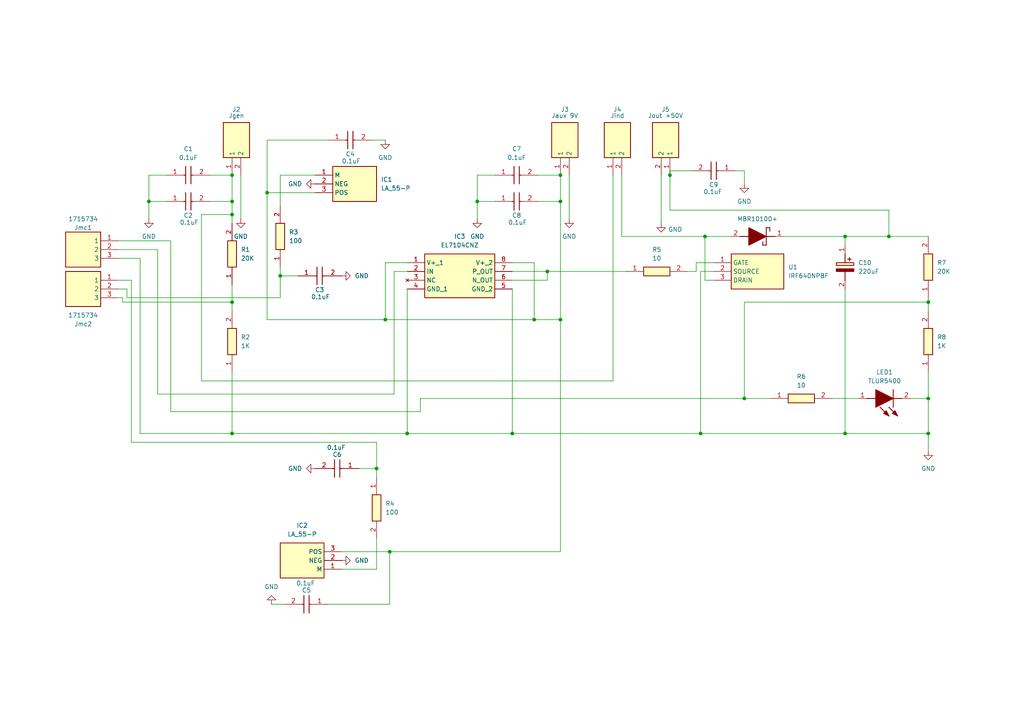
<source format=kicad_sch>
(kicad_sch (version 20231120) (generator "eeschema") (generator_version "8.0")
  (paper "A4")
  (title_block (title "DC to DC Boost Converter") (date "2024-05-15") (company "CBL Team 10") (comment 1 "Created By: Daniel Tyukov"))
  (lib_symbols
    (symbol "1715721(screw connector):1715721"
      (property "Reference" "J" (at 16.51 7.62 0))
      (property "Value" "1715721" (at 16.51 5.08 0))
      (symbol "1715721_1_1"
        (rectangle (start 5.08 2.54) (end 15.24 -5.08) (stroke (width 0.254)) (fill (type background)))
        (pin passive line (at 0 0 0) (length 5.08) (name "1") (number "1"))
        (pin passive line (at 0 -2.54 0) (length 5.08) (name "2") (number "2"))
      )
    )
    (symbol "1715734(screw connector):1715734"
      (property "Reference" "J" (at 16.51 7.62 0))
      (property "Value" "1715734" (at 16.51 5.08 0))
      (symbol "1715734_1_1"
        (rectangle (start 5.08 2.54) (end 15.24 -7.62) (stroke (width 0.254)) (fill (type background)))
        (pin passive line (at 0 0 0) (length 5.08) (name "1") (number "1"))
        (pin passive line (at 0 -2.54 0) (length 5.08) (name "2") (number "2"))
        (pin passive line (at 0 -5.08 0) (length 5.08) (name "3") (number "3"))
      )
    )
    (symbol "C322C104K5R5TA(decoup capacitor):C322C104K5R5TA" (pin_names hide)
      (property "Reference" "C" (at 8.89 6.35 0))
      (property "Value" "C322C104K5R5TA" (at 8.89 3.81 0))
      (symbol "C322C104K5R5TA_1_1"
        (polyline (pts (xy 5.08 0) (xy 5.588 0)) (stroke (width 0.254)))
        (polyline (pts (xy 5.588 2.54) (xy 5.588 -2.54)) (stroke (width 0.254)))
        (polyline (pts (xy 7.112 0) (xy 7.62 0)) (stroke (width 0.254)))
        (polyline (pts (xy 7.112 2.54) (xy 7.112 -2.54)) (stroke (width 0.254)))
        (pin passive line (at 0 0 0) (length 5.08) (name "1") (number "1"))
        (pin passive line (at 12.7 0 180) (length 5.08) (name "2") (number "2"))
      )
    )
    (symbol "EEUFC1J221S(capacitor):EEUFC1J221S" (pin_names hide)
      (property "Reference" "C" (at 8.89 6.35 0))
      (property "Value" "EEUFC1J221S" (at 8.89 3.81 0))
      (symbol "EEUFC1J221S_1_1"
        (polyline (pts (xy 2.54 0) (xy 5.08 0)) (stroke (width 0.254)))
        (polyline (pts (xy 4.064 1.778) (xy 4.064 0.762)) (stroke (width 0.254)))
        (polyline (pts (xy 4.572 1.27) (xy 3.556 1.27)) (stroke (width 0.254)))
        (polyline (pts (xy 7.62 0) (xy 10.16 0)) (stroke (width 0.254)))
        (polyline (pts (xy 7.62 2.54) (xy 7.62 -2.54) (xy 6.858 -2.54) (xy 6.858 2.54) (xy 7.62 2.54)) (stroke (width 0.254)) (fill (type outline)))
        (rectangle (start 5.08 2.54) (end 5.842 -2.54) (stroke (width 0.254)) (fill (type background)))
        (pin passive line (at 0 0 0) (length 2.54) (name "+") (number "1"))
        (pin passive line (at 12.7 0 180) (length 2.54) (name "-") (number "2"))
      )
    )
    (symbol "EL7104CNZ(voltage regulator):EL7104CNZ"
      (property "Reference" "IC" (at 26.67 7.62 0))
      (property "Value" "EL7104CNZ" (at 26.67 5.08 0))
      (symbol "EL7104CNZ_1_1"
        (rectangle (start 5.08 2.54) (end 25.4 -10.16) (stroke (width 0.254)) (fill (type background)))
        (pin passive line (at 0 0 0) (length 5.08) (name "V+_1") (number "1"))
        (pin passive line (at 0 -2.54 0) (length 5.08) (name "IN") (number "2"))
        (pin no_connect line (at 0 -5.08 0) (length 5.08) (name "NC") (number "3"))
        (pin passive line (at 0 -7.62 0) (length 5.08) (name "GND_1") (number "4"))
        (pin passive line (at 30.48 -7.62 180) (length 5.08) (name "GND_2") (number "5"))
        (pin passive line (at 30.48 -5.08 180) (length 5.08) (name "N_OUT") (number "6"))
        (pin passive line (at 30.48 -2.54 180) (length 5.08) (name "P_OUT") (number "7"))
        (pin passive line (at 30.48 0 180) (length 5.08) (name "V+_2") (number "8"))
      )
    )
    (symbol "IRF640NPBF(mosfet):IRF640NPBF"
      (property "Reference" "U" (at 21.59 7.62 0))
      (property "Value" "IRF640NPBF" (at 21.59 5.08 0))
      (symbol "IRF640NPBF_1_1"
        (rectangle (start 5.08 2.54) (end 20.32 -7.62) (stroke (width 0.254)) (fill (type background)))
        (pin passive line (at 0 0 0) (length 5.08) (name "GATE") (number "1"))
        (pin passive line (at 0 -2.54 0) (length 5.08) (name "SOURCE") (number "2"))
        (pin passive line (at 0 -5.08 0) (length 5.08) (name "DRAIN") (number "3"))
      )
    )
    (symbol "LA_55-P(current-sensor):LA_55-P"
      (property "Reference" "IC" (at 19.05 7.62 0))
      (property "Value" "LA_55-P" (at 19.05 5.08 0))
      (symbol "LA_55-P_1_1"
        (rectangle (start 5.08 2.54) (end 17.78 -7.62) (stroke (width 0.254)) (fill (type background)))
        (pin passive line (at 0 0 0) (length 5.08) (name "M") (number "1"))
        (pin passive line (at 0 -2.54 0) (length 5.08) (name "NEG") (number "2"))
        (pin passive line (at 0 -5.08 0) (length 5.08) (name "POS") (number "3"))
      )
    )
    (symbol "MBR10100+(diode):MBR10100+" (pin_names hide)
      (property "Reference" "D" (at 12.7 8.89 0))
      (property "Value" "MBR10100+" (at 12.7 6.35 0))
      (symbol "MBR10100+_1_1"
        (polyline (pts (xy 5.08 0) (xy 7.62 0)) (stroke (width 0.254)))
        (polyline (pts (xy 6.604 -1.524) (xy 6.604 -2.54)) (stroke (width 0.254)))
        (polyline (pts (xy 7.62 -2.54) (xy 6.604 -2.54)) (stroke (width 0.254)))
        (polyline (pts (xy 7.62 2.54) (xy 7.62 -2.54)) (stroke (width 0.254)))
        (polyline (pts (xy 7.62 2.54) (xy 8.636 2.54)) (stroke (width 0.254)))
        (polyline (pts (xy 8.636 1.524) (xy 8.636 2.54)) (stroke (width 0.254)))
        (polyline (pts (xy 12.7 0) (xy 15.24 0)) (stroke (width 0.254)))
        (polyline (pts (xy 7.62 0) (xy 12.7 2.54) (xy 12.7 -2.54) (xy 7.62 0)) (stroke (width 0.254)) (fill (type outline)))
        (pin passive line (at 2.54 0 0) (length 2.54) (name "K") (number "1"))
        (pin passive line (at 17.78 0 180) (length 2.54) (name "A") (number "2"))
      )
    )
    (symbol "MF25_100R(resistor):MF25_100R" (pin_names hide)
      (property "Reference" "R" (at 13.97 6.35 0))
      (property "Value" "MF25_100R" (at 13.97 3.81 0))
      (symbol "MF25_100R_1_1"
        (rectangle (start 5.08 1.27) (end 12.7 -1.27) (stroke (width 0.254)) (fill (type background)))
        (pin passive line (at 0 0 0) (length 5.08) (name "1") (number "1"))
        (pin passive line (at 17.78 0 180) (length 5.08) (name "2") (number "2"))
      )
    )
    (symbol "MF25_10R(resistor):MF25_10R" (pin_names hide)
      (property "Reference" "R" (at 13.97 6.35 0))
      (property "Value" "MF25_10R" (at 13.97 3.81 0))
      (symbol "MF25_10R_1_1"
        (rectangle (start 5.08 1.27) (end 12.7 -1.27) (stroke (width 0.254)) (fill (type background)))
        (pin passive line (at 0 0 0) (length 5.08) (name "1") (number "1"))
        (pin passive line (at 17.78 0 180) (length 5.08) (name "2") (number "2"))
      )
    )
    (symbol "MF25_1K(resistor):MF25_1K" (pin_names hide)
      (property "Reference" "R" (at 13.97 6.35 0))
      (property "Value" "MF25_1K" (at 13.97 3.81 0))
      (symbol "MF25_1K_1_1"
        (rectangle (start 5.08 1.27) (end 12.7 -1.27) (stroke (width 0.254)) (fill (type background)))
        (pin passive line (at 0 0 0) (length 5.08) (name "1") (number "1"))
        (pin passive line (at 17.78 0 180) (length 5.08) (name "2") (number "2"))
      )
    )
    (symbol "MF25_20K(resistor):MF25_20K" (pin_names hide)
      (property "Reference" "R" (at 13.97 6.35 0))
      (property "Value" "MF25_20K" (at 13.97 3.81 0))
      (symbol "MF25_20K_1_1"
        (rectangle (start 5.08 1.27) (end 12.7 -1.27) (stroke (width 0.254)) (fill (type background)))
        (pin passive line (at 0 0 0) (length 5.08) (name "1") (number "1"))
        (pin passive line (at 17.78 0 180) (length 5.08) (name "2") (number "2"))
      )
    )
    (symbol "TLUR5400(led):TLUR5400" (pin_names hide)
      (property "Reference" "LED" (at 12.7 8.89 0))
      (property "Value" "TLUR5400" (at 12.7 6.35 0))
      (symbol "TLUR5400_1_1"
        (polyline (pts (xy 2.54 0) (xy 5.08 0)) (stroke (width 0.254)))
        (polyline (pts (xy 5.08 2.54) (xy 5.08 -2.54)) (stroke (width 0.254)))
        (polyline (pts (xy 6.35 2.54) (xy 3.81 5.08)) (stroke (width 0.254)))
        (polyline (pts (xy 8.89 2.54) (xy 6.35 5.08)) (stroke (width 0.254)))
        (polyline (pts (xy 10.16 0) (xy 12.7 0)) (stroke (width 0.254)))
        (polyline (pts (xy 5.08 0) (xy 10.16 2.54) (xy 10.16 -2.54) (xy 5.08 0)) (stroke (width 0.254)) (fill (type outline)))
        (polyline (pts (xy 5.334 4.318) (xy 4.572 3.556) (xy 3.81 5.08) (xy 5.334 4.318)) (stroke (width 0.254)) (fill (type outline)))
        (polyline (pts (xy 7.874 4.318) (xy 7.112 3.556) (xy 6.35 5.08) (xy 7.874 4.318)) (stroke (width 0.254)) (fill (type outline)))
        (pin passive line (at 15.24 0 180) (length 2.54) (name "A") (number "1"))
        (pin passive line (at 0 0 0) (length 2.54) (name "K") (number "2"))
      )
    )
    (symbol "power:GND" (power) (pin_numbers hide) (pin_names (offset 0) hide)
      (property "Value" "GND" (at 0 -3.81 0))
      (symbol "GND_0_1"
        (polyline (pts (xy 0 0) (xy 0 -1.27) (xy 1.27 -1.27) (xy 0 -2.54) (xy -1.27 -1.27) (xy 0 -1.27)))
      )
      (symbol "GND_1_1"
        (pin power_in line (at 0 0 270) (length 0) (name "~") (number "1"))
      )
    )
  )
  (junction (at 67.31 87.63))
  (junction (at 138.43 58.42))
  (junction (at 43.18 58.42))
  (junction (at 269.24 87.63))
  (junction (at 67.31 58.42))
  (junction (at 162.56 50.8))
  (junction (at 269.24 125.73))
  (junction (at 154.94 92.71))
  (junction (at 245.11 125.73))
  (junction (at 245.11 68.58))
  (junction (at 67.31 50.8))
  (junction (at 194.31 50.8))
  (junction (at 269.24 115.57))
  (junction (at 67.31 62.23))
  (junction (at 158.75 78.74))
  (junction (at 67.31 125.73))
  (junction (at 162.56 92.71))
  (junction (at 111.76 92.71))
  (junction (at 162.56 58.42))
  (junction (at 215.9 115.57))
  (junction (at 81.28 80.01))
  (junction (at 204.47 68.58))
  (junction (at 148.59 125.73))
  (junction (at 77.47 55.88))
  (junction (at 109.22 135.89))
  (junction (at 203.2 125.73))
  (junction (at 118.11 125.73))
  (junction (at 257.81 68.58))
  (junction (at 113.03 160.02))
  (wire (pts (xy 264.16 115.57) (xy 269.24 115.57)))
  (wire (pts (xy 36.83 83.82) (xy 34.29 83.82)))
  (wire (pts (xy 257.81 68.58) (xy 257.81 60.96)))
  (wire (pts (xy 77.47 55.88) (xy 77.47 92.71)))
  (wire (pts (xy 69.85 50.8) (xy 69.85 63.5)))
  (wire (pts (xy 43.18 58.42) (xy 48.26 58.42)))
  (wire (pts (xy 67.31 62.23) (xy 67.31 64.77)))
  (wire (pts (xy 91.44 50.8) (xy 81.28 50.8)))
  (wire (pts (xy 245.11 125.73) (xy 269.24 125.73)))
  (wire (pts (xy 40.64 74.93) (xy 40.64 125.73)))
  (wire (pts (xy 43.18 58.42) (xy 43.18 63.5)))
  (wire (pts (xy 162.56 50.8) (xy 162.56 58.42)))
  (wire (pts (xy 58.42 110.49) (xy 177.8 110.49)))
  (wire (pts (xy 40.64 125.73) (xy 67.31 125.73)))
  (wire (pts (xy 109.22 138.43) (xy 109.22 135.89)))
  (wire (pts (xy 207.01 78.74) (xy 203.2 78.74)))
  (wire (pts (xy 38.1 128.27) (xy 109.22 128.27)))
  (wire (pts (xy 121.92 115.57) (xy 121.92 119.38)))
  (wire (pts (xy 148.59 125.73) (xy 148.59 83.82)))
  (wire (pts (xy 269.24 107.95) (xy 269.24 115.57)))
  (wire (pts (xy 121.92 119.38) (xy 49.53 119.38)))
  (wire (pts (xy 194.31 50.8) (xy 194.31 49.53)))
  (wire (pts (xy 138.43 50.8) (xy 138.43 58.42)))
  (wire (pts (xy 81.28 77.47) (xy 81.28 80.01)))
  (wire (pts (xy 257.81 60.96) (xy 194.31 60.96)))
  (wire (pts (xy 162.56 58.42) (xy 162.56 92.71)))
  (wire (pts (xy 81.28 50.8) (xy 81.28 59.69)))
  (wire (pts (xy 45.72 72.39) (xy 45.72 114.3)))
  (wire (pts (xy 58.42 62.23) (xy 58.42 110.49)))
  (wire (pts (xy 118.11 78.74) (xy 114.3 78.74)))
  (wire (pts (xy 204.47 68.58) (xy 212.09 68.58)))
  (wire (pts (xy 191.77 50.8) (xy 191.77 64.77)))
  (wire (pts (xy 99.06 160.02) (xy 113.03 160.02)))
  (wire (pts (xy 113.03 160.02) (xy 162.56 160.02)))
  (wire (pts (xy 67.31 107.95) (xy 67.31 125.73)))
  (wire (pts (xy 245.11 68.58) (xy 245.11 71.12)))
  (wire (pts (xy 201.93 76.2) (xy 201.93 78.74)))
  (wire (pts (xy 138.43 58.42) (xy 143.51 58.42)))
  (wire (pts (xy 77.47 92.71) (xy 111.76 92.71)))
  (wire (pts (xy 207.01 81.28) (xy 204.47 81.28)))
  (wire (pts (xy 113.03 175.26) (xy 95.25 175.26)))
  (wire (pts (xy 109.22 135.89) (xy 104.14 135.89)))
  (wire (pts (xy 114.3 78.74) (xy 114.3 114.3)))
  (wire (pts (xy 215.9 49.53) (xy 215.9 53.34)))
  (wire (pts (xy 269.24 125.73) (xy 269.24 130.81)))
  (wire (pts (xy 201.93 78.74) (xy 199.39 78.74)))
  (wire (pts (xy 118.11 76.2) (xy 111.76 76.2)))
  (wire (pts (xy 203.2 78.74) (xy 203.2 125.73)))
  (wire (pts (xy 35.56 87.63) (xy 67.31 87.63)))
  (wire (pts (xy 138.43 58.42) (xy 138.43 63.5)))
  (wire (pts (xy 177.8 50.8) (xy 177.8 110.49)))
  (wire (pts (xy 81.28 80.01) (xy 86.36 80.01)))
  (wire (pts (xy 207.01 76.2) (xy 201.93 76.2)))
  (wire (pts (xy 269.24 86.36) (xy 269.24 87.63)))
  (wire (pts (xy 111.76 92.71) (xy 154.94 92.71)))
  (wire (pts (xy 118.11 125.73) (xy 148.59 125.73)))
  (wire (pts (xy 67.31 58.42) (xy 60.96 58.42)))
  (wire (pts (xy 215.9 115.57) (xy 121.92 115.57)))
  (wire (pts (xy 82.55 175.26) (xy 78.74 175.26)))
  (wire (pts (xy 67.31 50.8) (xy 67.31 58.42)))
  (wire (pts (xy 67.31 58.42) (xy 67.31 62.23)))
  (wire (pts (xy 111.76 76.2) (xy 111.76 92.71)))
  (wire (pts (xy 269.24 87.63) (xy 215.9 87.63)))
  (wire (pts (xy 35.56 86.36) (xy 34.29 86.36)))
  (wire (pts (xy 227.33 68.58) (xy 245.11 68.58)))
  (wire (pts (xy 77.47 55.88) (xy 77.47 40.64)))
  (wire (pts (xy 114.3 114.3) (xy 45.72 114.3)))
  (wire (pts (xy 49.53 69.85) (xy 49.53 119.38)))
  (wire (pts (xy 148.59 125.73) (xy 203.2 125.73)))
  (wire (pts (xy 203.2 125.73) (xy 245.11 125.73)))
  (wire (pts (xy 49.53 69.85) (xy 34.29 69.85)))
  (wire (pts (xy 48.26 50.8) (xy 43.18 50.8)))
  (wire (pts (xy 245.11 125.73) (xy 245.11 83.82)))
  (wire (pts (xy 113.03 160.02) (xy 113.03 175.26)))
  (wire (pts (xy 156.21 50.8) (xy 162.56 50.8)))
  (wire (pts (xy 154.94 92.71) (xy 162.56 92.71)))
  (wire (pts (xy 91.44 55.88) (xy 77.47 55.88)))
  (wire (pts (xy 180.34 68.58) (xy 204.47 68.58)))
  (wire (pts (xy 38.1 81.28) (xy 38.1 128.27)))
  (wire (pts (xy 77.47 40.64) (xy 95.25 40.64)))
  (wire (pts (xy 45.72 72.39) (xy 34.29 72.39)))
  (wire (pts (xy 204.47 81.28) (xy 204.47 68.58)))
  (wire (pts (xy 148.59 81.28) (xy 158.75 81.28)))
  (wire (pts (xy 245.11 68.58) (xy 257.81 68.58)))
  (wire (pts (xy 215.9 87.63) (xy 215.9 115.57)))
  (wire (pts (xy 165.1 50.8) (xy 165.1 63.5)))
  (wire (pts (xy 109.22 165.1) (xy 109.22 156.21)))
  (wire (pts (xy 36.83 86.36) (xy 36.83 83.82)))
  (wire (pts (xy 67.31 82.55) (xy 67.31 87.63)))
  (wire (pts (xy 67.31 62.23) (xy 58.42 62.23)))
  (wire (pts (xy 158.75 78.74) (xy 181.61 78.74)))
  (wire (pts (xy 148.59 76.2) (xy 154.94 76.2)))
  (wire (pts (xy 36.83 86.36) (xy 81.28 86.36)))
  (wire (pts (xy 269.24 115.57) (xy 269.24 125.73)))
  (wire (pts (xy 148.59 78.74) (xy 158.75 78.74)))
  (wire (pts (xy 118.11 125.73) (xy 118.11 83.82)))
  (wire (pts (xy 162.56 160.02) (xy 162.56 92.71)))
  (wire (pts (xy 109.22 128.27) (xy 109.22 135.89)))
  (wire (pts (xy 162.56 58.42) (xy 156.21 58.42)))
  (wire (pts (xy 99.06 165.1) (xy 109.22 165.1)))
  (wire (pts (xy 81.28 80.01) (xy 81.28 86.36)))
  (wire (pts (xy 34.29 74.93) (xy 40.64 74.93)))
  (wire (pts (xy 215.9 49.53) (xy 213.36 49.53)))
  (wire (pts (xy 107.95 40.64) (xy 111.76 40.64)))
  (wire (pts (xy 34.29 81.28) (xy 38.1 81.28)))
  (wire (pts (xy 269.24 87.63) (xy 269.24 90.17)))
  (wire (pts (xy 35.56 87.63) (xy 35.56 86.36)))
  (wire (pts (xy 67.31 125.73) (xy 118.11 125.73)))
  (wire (pts (xy 67.31 87.63) (xy 67.31 90.17)))
  (wire (pts (xy 143.51 50.8) (xy 138.43 50.8)))
  (wire (pts (xy 194.31 49.53) (xy 200.66 49.53)))
  (wire (pts (xy 154.94 76.2) (xy 154.94 92.71)))
  (wire (pts (xy 215.9 115.57) (xy 223.52 115.57)))
  (wire (pts (xy 180.34 50.8) (xy 180.34 68.58)))
  (wire (pts (xy 257.81 68.58) (xy 269.24 68.58)))
  (wire (pts (xy 60.96 50.8) (xy 67.31 50.8)))
  (wire (pts (xy 194.31 60.96) (xy 194.31 50.8)))
  (wire (pts (xy 241.3 115.57) (xy 248.92 115.57)))
  (wire (pts (xy 158.75 78.74) (xy 158.75 81.28)))
  (wire (pts (xy 43.18 50.8) (xy 43.18 58.42)))
  (symbol (lib_id "C322C104K5R5TA(decoup capacitor):C322C104K5R5TA") (at 143.51 50.8 0) (unit 1)
    (property "Reference" "C7" (at 149.86 43.18 0))
    (property "Value" "0.1uF" (at 149.86 45.72 0))
    (property "Footprint" "C322C104K5R5TA(decoup capacitor):C322" (effects (hide yes)))
    (property "Datasheet" "https://content.kemet.com/datasheets/KEM_C1050_GOLDMAX_X7R.pdf" (effects (hide yes)))
    (property "Description" "GoldMax 300 Comm X7R, Ceramic, 0.1 uF, 10%, 50 VDC, 125 VDC, 125C, -55C, X7R, GoldMax, Commercial Standard, 2.5 % , 10 GOhms, 5.08mm, 6.6mm, 3.18mm, Lead Spacing = 5.08mm, 7mm, 0.51mm, 500, 80" (effects (hide yes)))
    (property "Height" "6.6" (effects (hide yes)))
    (property "Manufacturer_Name" "KEMET" (effects (hide yes)))
    (property "Manufacturer_Part_Number" "C322C104K5R5TA" (effects (hide yes)))
  )
  (symbol (lib_id "C322C104K5R5TA(decoup capacitor):C322C104K5R5TA") (at 95.25 175.26 180) (unit 1)
    (property "Reference" "C5" (at 88.9 171.196 0))
    (property "Value" "0.1uF" (at 88.646 169.164 0))
    (property "Footprint" "C322C104K5R5TA(decoup capacitor):C322" (effects (hide yes)))
    (property "Datasheet" "https://content.kemet.com/datasheets/KEM_C1050_GOLDMAX_X7R.pdf" (effects (hide yes)))
    (property "Description" "GoldMax 300 Comm X7R, Ceramic, 0.1 uF, 10%, 50 VDC, 125 VDC, 125C, -55C, X7R, GoldMax, Commercial Standard, 2.5 % , 10 GOhms, 5.08mm, 6.6mm, 3.18mm, Lead Spacing = 5.08mm, 7mm, 0.51mm, 500, 80" (effects (hide yes)))
    (property "Height" "6.6" (effects (hide yes)))
    (property "Manufacturer_Name" "KEMET" (effects (hide yes)))
    (property "Manufacturer_Part_Number" "C322C104K5R5TA" (effects (hide yes)))
  )
  (symbol (lib_id "MF25_1K(resistor):MF25_1K") (at 67.31 107.95 90) (unit 1)
    (property "Reference" "R2" (at 69.85 97.7899 90) (effects (justify right)))
    (property "Value" "1K" (at 69.85 100.3299 90) (effects (justify right)))
    (property "Footprint" "MF25_1K(resistor):RESAD1680W59L680D250" (effects (hide yes)))
    (property "Datasheet" "https://componentsearchengine.com/Datasheets/2/MF25 1K.pdf" (effects (hide yes)))
    (property "Description" "MULTICOMP - MF25 1K - RES, 1K, 1%, 250MW, AXIAL, METAL FILM" (effects (hide yes)))
    (property "Manufacturer_Name" "Multicomp Pro" (effects (hide yes)))
    (property "Manufacturer_Part_Number" "MF25 1K" (effects (hide yes)))
  )
  (symbol (lib_id "MF25_10R(resistor):MF25_10R") (at 181.61 78.74 0) (unit 1)
    (property "Reference" "R5" (at 190.5 72.39 0))
    (property "Value" "10" (at 190.5 74.93 0))
    (property "Footprint" "MF25_10R(resistor):RESAD1680W59L680D250" (effects (hide yes)))
    (property "Description" "RES, 10R, 1%, 250MW, AXIAL, METAL FILM" (effects (hide yes)))
    (property "Manufacturer_Name" "Multicomp Pro" (effects (hide yes)))
    (property "Manufacturer_Part_Number" "MF25 10R" (effects (hide yes)))
  )
  (symbol (lib_id "MF25_1K(resistor):MF25_1K") (at 269.24 107.95 90) (unit 1)
    (property "Reference" "R8" (at 271.78 97.7899 90) (effects (justify right)))
    (property "Value" "1K" (at 271.78 100.3299 90) (effects (justify right)))
    (property "Footprint" "MF25_1K(resistor):RESAD1680W59L680D250" (effects (hide yes)))
    (property "Datasheet" "https://componentsearchengine.com/Datasheets/2/MF25 1K.pdf" (effects (hide yes)))
    (property "Description" "MULTICOMP - MF25 1K - RES, 1K, 1%, 250MW, AXIAL, METAL FILM" (effects (hide yes)))
    (property "Manufacturer_Name" "Multicomp Pro" (effects (hide yes)))
    (property "Manufacturer_Part_Number" "MF25 1K" (effects (hide yes)))
  )
  (symbol (lib_id "IRF640NPBF(mosfet):IRF640NPBF") (at 207.01 76.2 0) (unit 1)
    (property "Reference" "U1" (at 228.6 77.4699 0) (effects (justify left)))
    (property "Value" "IRF640NPBF" (at 228.6 80.0099 0) (effects (justify left)))
    (property "Footprint" "IRF640NPBF(mosfet):TO254P483X1016X1994-3P" (effects (hide yes)))
    (property "Datasheet" "https://componentsearchengine.com/Datasheets/2/IRF640NPBF.pdf" (effects (hide yes)))
    (property "Description" "MOSFET N-Channel 200V 18A TO220AB Infineon IRF640NPBF N-channel MOSFET Transistor, 18 A, 200 V, 3-Pin TO-220AB" (effects (hide yes)))
    (property "Height" "4.83" (effects (hide yes)))
    (property "Manufacturer_Name" "Infineon" (effects (hide yes)))
    (property "Manufacturer_Part_Number" "IRF640NPBF" (effects (hide yes)))
  )
  (symbol (lib_id "1715734(screw connector):1715734") (at 34.29 81.28 0) (mirror y) (unit 1)
    (property "Reference" "Jmc2" (at 24.13 93.98 0))
    (property "Value" "1715734" (at 24.13 91.44 0))
    (property "Footprint" "1715734(screw connector):1715734" (effects (hide yes)))
    (property "Datasheet" "http://www.phoenixcontact.com/de/produkte/1715734/pdf" (effects (hide yes)))
    (property "Description" "PCB terminal block, nominal current: 17.5 A, rated voltage (III/2): 400 V, nominal cross section: 1.5 mm?, Number of potentials: 3, Number of rows: 1, Number of positions per row: 3, product range: MKDS 1,5, pitch: 5.08 mm, connection method: Screw connection with tension sleeve, mounting: Wave soldering, conductor/PCB connection direction: 0 ?, color: green, Pin layout: Linear pinning, Solder pin [P]: 3.5 mm, type of packaging: packed in cardboard. The article can be aligned to create different nos. of pos" (effects (hide yes)))
    (property "Height" "13.95" (effects (hide yes)))
    (property "Manufacturer_Name" "Phoenix Contact" (effects (hide yes)))
    (property "Manufacturer_Part_Number" "1715734" (effects (hide yes)))
  )
  (symbol (lib_id "1715721(screw connector):1715721") (at 67.31 50.8 90) (unit 1)
    (property "Reference" "J2" (at 68.58 31.75 90))
    (property "Value" "Jgen" (at 68.58 33.528 90))
    (property "Footprint" "1715721(screw connector):1715721" (effects (hide yes)))
    (property "Datasheet" "http://www.phoenixcontact.com/de/produkte/1715721/pdf" (effects (hide yes)))
    (property "Description" "PCB terminal block, nominal current: 17.5 A, rated voltage (III/2): 400 V, nominal cross section: 1.5 mm?, Number of potentials: 2, Number of rows: 1, Number of positions per row: 2, product range: MKDS 1,5, pitch: 5.08 mm, connection method: Screw connection with tension sleeve, mounting: Wave soldering, conductor/PCB connection direction: 0 ?, color: green, Pin layout: Linear pinning, Solder pin [P]: 3.5 mm, type of packaging: packed in cardboard. The article can be aligned to create different nos. of pos" (effects (hide yes)))
    (property "Height" "13.95" (effects (hide yes)))
    (property "Manufacturer_Name" "Phoenix Contact" (effects (hide yes)))
    (property "Manufacturer_Part_Number" "1715721" (effects (hide yes)))
  )
  (symbol (lib_id "power:GND") (at 91.44 53.34 270) (unit 1)
    (property "Reference" "#PWR04" (effects (hide yes)))
    (property "Value" "GND" (at 87.63 53.3399 90) (effects (justify right)))
    (property "Description" "Power symbol creates a global label with name \"GND\" , ground" (effects (hide yes)))
  )
  (symbol (lib_id "C322C104K5R5TA(decoup capacitor):C322C104K5R5TA") (at 86.36 80.01 0) (unit 1)
    (property "Reference" "C3" (at 92.71 84.074 0))
    (property "Value" "0.1uF" (at 92.964 86.106 0))
    (property "Footprint" "C322C104K5R5TA(decoup capacitor):C322" (effects (hide yes)))
    (property "Datasheet" "https://content.kemet.com/datasheets/KEM_C1050_GOLDMAX_X7R.pdf" (effects (hide yes)))
    (property "Description" "GoldMax 300 Comm X7R, Ceramic, 0.1 uF, 10%, 50 VDC, 125 VDC, 125C, -55C, X7R, GoldMax, Commercial Standard, 2.5 % , 10 GOhms, 5.08mm, 6.6mm, 3.18mm, Lead Spacing = 5.08mm, 7mm, 0.51mm, 500, 80" (effects (hide yes)))
    (property "Height" "6.6" (effects (hide yes)))
    (property "Manufacturer_Name" "KEMET" (effects (hide yes)))
    (property "Manufacturer_Part_Number" "C322C104K5R5TA" (effects (hide yes)))
  )
  (symbol (lib_id "power:GND") (at 138.43 63.5 0) (unit 1)
    (property "Reference" "#PWR09" (effects (hide yes)))
    (property "Value" "GND" (at 138.43 68.58 0))
    (property "Description" "Power symbol creates a global label with name \"GND\" , ground" (effects (hide yes)))
  )
  (symbol (lib_id "C322C104K5R5TA(decoup capacitor):C322C104K5R5TA") (at 213.36 49.53 0) (mirror y) (unit 1)
    (property "Reference" "C9" (at 207.01 53.594 0))
    (property "Value" "0.1uF" (at 206.756 55.626 0))
    (property "Footprint" "C322C104K5R5TA(decoup capacitor):C322" (effects (hide yes)))
    (property "Datasheet" "https://content.kemet.com/datasheets/KEM_C1050_GOLDMAX_X7R.pdf" (effects (hide yes)))
    (property "Description" "GoldMax 300 Comm X7R, Ceramic, 0.1 uF, 10%, 50 VDC, 125 VDC, 125C, -55C, X7R, GoldMax, Commercial Standard, 2.5 % , 10 GOhms, 5.08mm, 6.6mm, 3.18mm, Lead Spacing = 5.08mm, 7mm, 0.51mm, 500, 80" (effects (hide yes)))
    (property "Height" "6.6" (effects (hide yes)))
    (property "Manufacturer_Name" "KEMET" (effects (hide yes)))
    (property "Manufacturer_Part_Number" "C322C104K5R5TA" (effects (hide yes)))
  )
  (symbol (lib_id "MF25_20K(resistor):MF25_20K") (at 67.31 82.55 90) (unit 1)
    (property "Reference" "R1" (at 69.85 72.3899 90) (effects (justify right)))
    (property "Value" "20K" (at 69.85 74.9299 90) (effects (justify right)))
    (property "Footprint" "MF25_20K(resistor):RESAD1680W59L680D250" (effects (hide yes)))
    (property "Datasheet" "https://componentsearchengine.com/Datasheets/2/MF25 20K.pdf" (effects (hide yes)))
    (property "Description" "MULTICOMP - MF25 20K - RESISTOR, 20K, 0.25W, 1%" (effects (hide yes)))
    (property "Manufacturer_Name" "Multicomp Pro" (effects (hide yes)))
    (property "Manufacturer_Part_Number" "MF25 20K" (effects (hide yes)))
  )
  (symbol (lib_id "1715734(screw connector):1715734") (at 34.29 69.85 0) (mirror y) (unit 1)
    (property "Reference" "Jmc1" (at 24.13 66.04 0))
    (property "Value" "1715734" (at 24.13 63.5 0))
    (property "Footprint" "1715734(screw connector):1715734" (effects (hide yes)))
    (property "Datasheet" "http://www.phoenixcontact.com/de/produkte/1715734/pdf" (effects (hide yes)))
    (property "Description" "PCB terminal block, nominal current: 17.5 A, rated voltage (III/2): 400 V, nominal cross section: 1.5 mm?, Number of potentials: 3, Number of rows: 1, Number of positions per row: 3, product range: MKDS 1,5, pitch: 5.08 mm, connection method: Screw connection with tension sleeve, mounting: Wave soldering, conductor/PCB connection direction: 0 ?, color: green, Pin layout: Linear pinning, Solder pin [P]: 3.5 mm, type of packaging: packed in cardboard. The article can be aligned to create different nos. of pos" (effects (hide yes)))
    (property "Height" "13.95" (effects (hide yes)))
    (property "Manufacturer_Name" "Phoenix Contact" (effects (hide yes)))
    (property "Manufacturer_Part_Number" "1715734" (effects (hide yes)))
  )
  (symbol (lib_id "EEUFC1J221S(capacitor):EEUFC1J221S") (at 245.11 71.12 270) (unit 1)
    (property "Reference" "C10" (at 248.92 76.1999 90) (effects (justify left)))
    (property "Value" "220uF" (at 248.92 78.7399 90) (effects (justify left)))
    (property "Footprint" "EEUFC1J221S(capacitor):CAPPRD500W65D1250H2200" (effects (hide yes)))
    (property "Datasheet" "http://industrial.panasonic.com/cdbs/www-data/pdf/RDF0000/ABA0000C1209.pdf" (effects (hide yes)))
    (property "Description" "Panasonic Aluminium Electrolytic Capacitor 220uF 63V dc 12.5mm FC Radial Series, Through Hole Electrolytic, +/-20%" (effects (hide yes)))
    (property "Height" "22" (effects (hide yes)))
    (property "Manufacturer_Name" "Panasonic" (effects (hide yes)))
    (property "Manufacturer_Part_Number" "EEUFC1J221S" (effects (hide yes)))
  )
  (symbol (lib_id "power:GND") (at 99.06 162.56 90) (unit 1)
    (property "Reference" "#PWR07" (effects (hide yes)))
    (property "Value" "GND" (at 102.87 162.5599 90) (effects (justify right)))
    (property "Description" "Power symbol creates a global label with name \"GND\" , ground" (effects (hide yes)))
  )
  (symbol (lib_id "power:GND") (at 78.74 175.26 180) (unit 1)
    (property "Reference" "#PWR03" (effects (hide yes)))
    (property "Value" "GND" (at 78.74 170.18 0))
    (property "Description" "Power symbol creates a global label with name \"GND\" , ground" (effects (hide yes)))
  )
  (symbol (lib_id "power:GND") (at 111.76 40.64 0) (unit 1)
    (property "Reference" "#PWR08" (effects (hide yes)))
    (property "Value" "GND" (at 111.76 45.72 0))
    (property "Description" "Power symbol creates a global label with name \"GND\" , ground" (effects (hide yes)))
  )
  (symbol (lib_id "C322C104K5R5TA(decoup capacitor):C322C104K5R5TA") (at 104.14 135.89 180) (unit 1)
    (property "Reference" "C6" (at 97.79 131.826 0))
    (property "Value" "0.1uF" (at 97.536 129.794 0))
    (property "Footprint" "C322C104K5R5TA(decoup capacitor):C322" (effects (hide yes)))
    (property "Datasheet" "https://content.kemet.com/datasheets/KEM_C1050_GOLDMAX_X7R.pdf" (effects (hide yes)))
    (property "Description" "GoldMax 300 Comm X7R, Ceramic, 0.1 uF, 10%, 50 VDC, 125 VDC, 125C, -55C, X7R, GoldMax, Commercial Standard, 2.5 % , 10 GOhms, 5.08mm, 6.6mm, 3.18mm, Lead Spacing = 5.08mm, 7mm, 0.51mm, 500, 80" (effects (hide yes)))
    (property "Height" "6.6" (effects (hide yes)))
    (property "Manufacturer_Name" "KEMET" (effects (hide yes)))
    (property "Manufacturer_Part_Number" "C322C104K5R5TA" (effects (hide yes)))
  )
  (symbol (lib_id "MF25_100R(resistor):MF25_100R") (at 81.28 77.47 90) (unit 1)
    (property "Reference" "R3" (at 83.82 67.3099 90) (effects (justify right)))
    (property "Value" "100" (at 83.82 69.8499 90) (effects (justify right)))
    (property "Footprint" "MF25_100R(resistor):RESAD1680W59L680D250" (effects (hide yes)))
    (property "Description" "RES, 100R, 1%, 250MW, AXIAL, METAL FILM" (effects (hide yes)))
    (property "Manufacturer_Name" "Multicomp Pro" (effects (hide yes)))
    (property "Manufacturer_Part_Number" "MF25 100R" (effects (hide yes)))
  )
  (symbol (lib_id "power:GND") (at 43.18 63.5 0) (unit 1)
    (property "Reference" "#PWR01" (effects (hide yes)))
    (property "Value" "GND" (at 43.18 68.58 0))
    (property "Description" "Power symbol creates a global label with name \"GND\" , ground" (effects (hide yes)))
  )
  (symbol (lib_id "MF25_20K(resistor):MF25_20K") (at 269.24 86.36 90) (unit 1)
    (property "Reference" "R7" (at 271.78 76.1999 90) (effects (justify right)))
    (property "Value" "20K" (at 271.78 78.7399 90) (effects (justify right)))
    (property "Footprint" "MF25_20K(resistor):RESAD1680W59L680D250" (effects (hide yes)))
    (property "Datasheet" "https://componentsearchengine.com/Datasheets/2/MF25 20K.pdf" (effects (hide yes)))
    (property "Description" "MULTICOMP - MF25 20K - RESISTOR, 20K, 0.25W, 1%" (effects (hide yes)))
    (property "Manufacturer_Name" "Multicomp Pro" (effects (hide yes)))
    (property "Manufacturer_Part_Number" "MF25 20K" (effects (hide yes)))
  )
  (symbol (lib_id "power:GND") (at 99.06 80.01 90) (unit 1)
    (property "Reference" "#PWR06" (effects (hide yes)))
    (property "Value" "GND" (at 102.87 80.0099 90) (effects (justify right)))
    (property "Description" "Power symbol creates a global label with name \"GND\" , ground" (effects (hide yes)))
  )
  (symbol (lib_id "power:GND") (at 215.9 53.34 0) (mirror y) (unit 1)
    (property "Reference" "#PWR012" (effects (hide yes)))
    (property "Value" "GND" (at 215.9 58.42 0))
    (property "Description" "Power symbol creates a global label with name \"GND\" , ground" (effects (hide yes)))
  )
  (symbol (lib_id "C322C104K5R5TA(decoup capacitor):C322C104K5R5TA") (at 48.26 50.8 0) (unit 1)
    (property "Reference" "C1" (at 54.61 43.18 0))
    (property "Value" "0.1uF" (at 54.61 45.72 0))
    (property "Footprint" "C322C104K5R5TA(decoup capacitor):C322" (effects (hide yes)))
    (property "Datasheet" "https://content.kemet.com/datasheets/KEM_C1050_GOLDMAX_X7R.pdf" (effects (hide yes)))
    (property "Description" "GoldMax 300 Comm X7R, Ceramic, 0.1 uF, 10%, 50 VDC, 125 VDC, 125C, -55C, X7R, GoldMax, Commercial Standard, 2.5 % , 10 GOhms, 5.08mm, 6.6mm, 3.18mm, Lead Spacing = 5.08mm, 7mm, 0.51mm, 500, 80" (effects (hide yes)))
    (property "Height" "6.6" (effects (hide yes)))
    (property "Manufacturer_Name" "KEMET" (effects (hide yes)))
    (property "Manufacturer_Part_Number" "C322C104K5R5TA" (effects (hide yes)))
  )
  (symbol (lib_id "LA_55-P(current-sensor):LA_55-P") (at 91.44 50.8 0) (unit 1)
    (property "Reference" "IC1" (at 110.49 52.0699 0) (effects (justify left)))
    (property "Value" "LA_55-P" (at 110.49 54.6099 0) (effects (justify left)))
    (property "Footprint" "LA_55-P(current detector):LA55-P" (effects (hide yes)))
    (property "Datasheet" "https://datasheet.datasheetarchive.com/originals/distributors/Datasheets-16/DSA-314841.pdf" (effects (hide yes)))
    (property "Description" "Closed Loop Hall Effect Current Transducer, 0 to 70 A, 12 to 15 V" (effects (hide yes)))
    (property "Manufacturer_Name" "LEM" (effects (hide yes)))
    (property "Manufacturer_Part_Number" "LA 55-P" (effects (hide yes)))
  )
  (symbol (lib_id "TLUR5400(led):TLUR5400") (at 264.16 115.57 180) (unit 1)
    (property "Reference" "LED1" (at 256.54 107.95 0))
    (property "Value" "TLUR5400" (at 256.54 110.49 0))
    (property "Footprint" "TLUR5400(led):TLUR5400" (effects (hide yes)))
    (property "Datasheet" "https://g.componentsearchengine.com/Datasheets/1/TLUR5400.pdf" (effects (hide yes)))
    (property "Description" "Vishay TLUR5400 Red LED, 630 nm, 5mm (T-1 3/4), Round Lens Through Hole Package" (effects (hide yes)))
    (property "Height" "12.8" (effects (hide yes)))
    (property "Manufacturer_Name" "Vishay" (effects (hide yes)))
    (property "Manufacturer_Part_Number" "TLUR5400" (effects (hide yes)))
  )
  (symbol (lib_id "1715721(screw connector):1715721") (at 194.31 50.8 270) (mirror x) (unit 1)
    (property "Reference" "J5" (at 193.04 31.75 90))
    (property "Value" "Jout +50V" (at 193.04 33.528 90))
    (property "Footprint" "1715721(screw connector):1715721" (effects (hide yes)))
    (property "Datasheet" "http://www.phoenixcontact.com/de/produkte/1715721/pdf" (effects (hide yes)))
    (property "Description" "PCB terminal block, nominal current: 17.5 A, rated voltage (III/2): 400 V, nominal cross section: 1.5 mm?, Number of potentials: 2, Number of rows: 1, Number of positions per row: 2, product range: MKDS 1,5, pitch: 5.08 mm, connection method: Screw connection with tension sleeve, mounting: Wave soldering, conductor/PCB connection direction: 0 ?, color: green, Pin layout: Linear pinning, Solder pin [P]: 3.5 mm, type of packaging: packed in cardboard. The article can be aligned to create different nos. of pos" (effects (hide yes)))
    (property "Height" "13.95" (effects (hide yes)))
    (property "Manufacturer_Name" "Phoenix Contact" (effects (hide yes)))
    (property "Manufacturer_Part_Number" "1715721" (effects (hide yes)))
  )
  (symbol (lib_id "MBR10100+(diode):MBR10100+") (at 229.87 68.58 180) (unit 1)
    (property "Reference" "D1" (effects (hide yes)))
    (property "Value" "MBR10100+" (at 219.71 63.5 0))
    (property "Footprint" "MBR10100+(diode):TO490P480X1000X2110-2P" (effects (hide yes)))
    (property "Description" "SCHOTTKY RECTIFIER, 10A, 100V, TO-220AC" (effects (hide yes)))
    (property "Height" "4.8" (effects (hide yes)))
    (property "Manufacturer_Name" "Multicomp Pro" (effects (hide yes)))
    (property "Manufacturer_Part_Number" "MBR10100+" (effects (hide yes)))
  )
  (symbol (lib_id "power:GND") (at 165.1 63.5 0) (unit 1)
    (property "Reference" "#PWR010" (effects (hide yes)))
    (property "Value" "GND" (at 165.1 68.58 0))
    (property "Description" "Power symbol creates a global label with name \"GND\" , ground" (effects (hide yes)))
  )
  (symbol (lib_id "power:GND") (at 69.85 63.5 0) (unit 1)
    (property "Reference" "#PWR02" (effects (hide yes)))
    (property "Value" "GND" (at 69.85 68.58 0))
    (property "Description" "Power symbol creates a global label with name \"GND\" , ground" (effects (hide yes)))
  )
  (symbol (lib_id "LA_55-P(current-sensor):LA_55-P") (at 99.06 165.1 180) (unit 1)
    (property "Reference" "IC2" (at 87.63 152.4 0))
    (property "Value" "LA_55-P" (at 87.63 154.94 0))
    (property "Footprint" "LA_55-P(current detector):LA55-P" (effects (hide yes)))
    (property "Datasheet" "https://datasheet.datasheetarchive.com/originals/distributors/Datasheets-16/DSA-314841.pdf" (effects (hide yes)))
    (property "Description" "Closed Loop Hall Effect Current Transducer, 0 to 70 A, 12 to 15 V" (effects (hide yes)))
    (property "Manufacturer_Name" "LEM" (effects (hide yes)))
    (property "Manufacturer_Part_Number" "LA 55-P" (effects (hide yes)))
  )
  (symbol (lib_id "power:GND") (at 191.77 64.77 0) (unit 1)
    (property "Reference" "#PWR011" (effects (hide yes)))
    (property "Value" "GND" (at 195.834 66.548 0))
    (property "Description" "Power symbol creates a global label with name \"GND\" , ground" (effects (hide yes)))
  )
  (symbol (lib_id "1715721(screw connector):1715721") (at 162.56 50.8 90) (unit 1)
    (property "Reference" "J3" (at 163.83 31.75 90))
    (property "Value" "Jaux 9V" (at 163.83 33.528 90))
    (property "Footprint" "1715721(screw connector):1715721" (effects (hide yes)))
    (property "Datasheet" "http://www.phoenixcontact.com/de/produkte/1715721/pdf" (effects (hide yes)))
    (property "Description" "PCB terminal block, nominal current: 17.5 A, rated voltage (III/2): 400 V, nominal cross section: 1.5 mm?, Number of potentials: 2, Number of rows: 1, Number of positions per row: 2, product range: MKDS 1,5, pitch: 5.08 mm, connection method: Screw connection with tension sleeve, mounting: Wave soldering, conductor/PCB connection direction: 0 ?, color: green, Pin layout: Linear pinning, Solder pin [P]: 3.5 mm, type of packaging: packed in cardboard. The article can be aligned to create different nos. of pos" (effects (hide yes)))
    (property "Height" "13.95" (effects (hide yes)))
    (property "Manufacturer_Name" "Phoenix Contact" (effects (hide yes)))
    (property "Manufacturer_Part_Number" "1715721" (effects (hide yes)))
  )
  (symbol (lib_id "EL7104CNZ(voltage regulator):EL7104CNZ") (at 118.11 76.2 0) (unit 1)
    (property "Reference" "IC3" (at 133.35 68.58 0))
    (property "Value" "EL7104CNZ" (at 133.35 71.12 0))
    (property "Footprint" "EL7104CNZ(voltage regulator):DIP762W51P254L952H533Q8N" (effects (hide yes)))
    (property "Datasheet" "https://www.renesas.com/en-us/www/doc/datasheet/el7104.pdf" (effects (hide yes)))
    (property "Description" "The EL7104 is a matched driver IC that improves the operation of the industry-standard TC-4420/29 clock drivers. The Elantec version is a very High-Speed driver capable of delivering peak currents of 1A into highly capacitive loads. The High-Speed performance is achieved by means of a proprietary Turbo-Driver circuit that speeds up input stages by tapping the wider voltage swing at the output. Improved speed and drive capability are enhanced by matched rise and fall delay times. These matched delays maintai" (effects (hide yes)))
    (property "Height" "5.334" (effects (hide yes)))
    (property "Manufacturer_Name" "Renesas Electronics" (effects (hide yes)))
    (property "Manufacturer_Part_Number" "EL7104CNZ" (effects (hide yes)))
  )
  (symbol (lib_id "C322C104K5R5TA(decoup capacitor):C322C104K5R5TA") (at 143.51 58.42 0) (unit 1)
    (property "Reference" "C8" (at 149.86 62.484 0))
    (property "Value" "0.1uF" (at 150.114 64.516 0))
    (property "Footprint" "C322C104K5R5TA(decoup capacitor):C322" (effects (hide yes)))
    (property "Datasheet" "https://content.kemet.com/datasheets/KEM_C1050_GOLDMAX_X7R.pdf" (effects (hide yes)))
    (property "Description" "GoldMax 300 Comm X7R, Ceramic, 0.1 uF, 10%, 50 VDC, 125 VDC, 125C, -55C, X7R, GoldMax, Commercial Standard, 2.5 % , 10 GOhms, 5.08mm, 6.6mm, 3.18mm, Lead Spacing = 5.08mm, 7mm, 0.51mm, 500, 80" (effects (hide yes)))
    (property "Height" "6.6" (effects (hide yes)))
    (property "Manufacturer_Name" "KEMET" (effects (hide yes)))
    (property "Manufacturer_Part_Number" "C322C104K5R5TA" (effects (hide yes)))
  )
  (symbol (lib_id "MF25_100R(resistor):MF25_100R") (at 109.22 138.43 270) (unit 1)
    (property "Reference" "R4" (at 111.76 146.0499 90) (effects (justify left)))
    (property "Value" "100" (at 111.76 148.5899 90) (effects (justify left)))
    (property "Footprint" "MF25_100R(resistor):RESAD1680W59L680D250" (effects (hide yes)))
    (property "Description" "RES, 100R, 1%, 250MW, AXIAL, METAL FILM" (effects (hide yes)))
    (property "Manufacturer_Name" "Multicomp Pro" (effects (hide yes)))
    (property "Manufacturer_Part_Number" "MF25 100R" (effects (hide yes)))
  )
  (symbol (lib_id "1715721(screw connector):1715721") (at 177.8 50.8 90) (unit 1)
    (property "Reference" "J4" (at 179.07 31.75 90))
    (property "Value" "Jind" (at 179.07 33.528 90))
    (property "Footprint" "1715721(screw connector):1715721" (effects (hide yes)))
    (property "Datasheet" "http://www.phoenixcontact.com/de/produkte/1715721/pdf" (effects (hide yes)))
    (property "Description" "PCB terminal block, nominal current: 17.5 A, rated voltage (III/2): 400 V, nominal cross section: 1.5 mm?, Number of potentials: 2, Number of rows: 1, Number of positions per row: 2, product range: MKDS 1,5, pitch: 5.08 mm, connection method: Screw connection with tension sleeve, mounting: Wave soldering, conductor/PCB connection direction: 0 ?, color: green, Pin layout: Linear pinning, Solder pin [P]: 3.5 mm, type of packaging: packed in cardboard. The article can be aligned to create different nos. of pos" (effects (hide yes)))
    (property "Height" "13.95" (effects (hide yes)))
    (property "Manufacturer_Name" "Phoenix Contact" (effects (hide yes)))
    (property "Manufacturer_Part_Number" "1715721" (effects (hide yes)))
  )
  (symbol (lib_id "power:GND") (at 269.24 130.81 0) (unit 1)
    (property "Reference" "#PWR013" (effects (hide yes)))
    (property "Value" "GND" (at 269.24 135.89 0))
    (property "Description" "Power symbol creates a global label with name \"GND\" , ground" (effects (hide yes)))
  )
  (symbol (lib_id "power:GND") (at 91.44 135.89 270) (unit 1)
    (property "Reference" "#PWR05" (effects (hide yes)))
    (property "Value" "GND" (at 87.63 135.8901 90) (effects (justify right)))
    (property "Description" "Power symbol creates a global label with name \"GND\" , ground" (effects (hide yes)))
  )
  (symbol (lib_id "C322C104K5R5TA(decoup capacitor):C322C104K5R5TA") (at 48.26 58.42 0) (unit 1)
    (property "Reference" "C2" (at 54.61 62.484 0))
    (property "Value" "0.1uF" (at 54.864 64.516 0))
    (property "Footprint" "C322C104K5R5TA(decoup capacitor):C322" (effects (hide yes)))
    (property "Datasheet" "https://content.kemet.com/datasheets/KEM_C1050_GOLDMAX_X7R.pdf" (effects (hide yes)))
    (property "Description" "GoldMax 300 Comm X7R, Ceramic, 0.1 uF, 10%, 50 VDC, 125 VDC, 125C, -55C, X7R, GoldMax, Commercial Standard, 2.5 % , 10 GOhms, 5.08mm, 6.6mm, 3.18mm, Lead Spacing = 5.08mm, 7mm, 0.51mm, 500, 80" (effects (hide yes)))
    (property "Height" "6.6" (effects (hide yes)))
    (property "Manufacturer_Name" "KEMET" (effects (hide yes)))
    (property "Manufacturer_Part_Number" "C322C104K5R5TA" (effects (hide yes)))
  )
  (symbol (lib_id "MF25_10R(resistor):MF25_10R") (at 223.52 115.57 0) (unit 1)
    (property "Reference" "R6" (at 232.41 109.22 0))
    (property "Value" "10" (at 232.41 111.76 0))
    (property "Footprint" "MF25_10R(resistor):RESAD1680W59L680D250" (effects (hide yes)))
    (property "Description" "RES, 10R, 1%, 250MW, AXIAL, METAL FILM" (effects (hide yes)))
    (property "Manufacturer_Name" "Multicomp Pro" (effects (hide yes)))
    (property "Manufacturer_Part_Number" "MF25 10R" (effects (hide yes)))
  )
  (symbol (lib_id "C322C104K5R5TA(decoup capacitor):C322C104K5R5TA") (at 95.25 40.64 0) (unit 1)
    (property "Reference" "C4" (at 101.6 44.704 0))
    (property "Value" "0.1uF" (at 101.854 46.736 0))
    (property "Footprint" "C322C104K5R5TA(decoup capacitor):C322" (effects (hide yes)))
    (property "Datasheet" "https://content.kemet.com/datasheets/KEM_C1050_GOLDMAX_X7R.pdf" (effects (hide yes)))
    (property "Description" "GoldMax 300 Comm X7R, Ceramic, 0.1 uF, 10%, 50 VDC, 125 VDC, 125C, -55C, X7R, GoldMax, Commercial Standard, 2.5 % , 10 GOhms, 5.08mm, 6.6mm, 3.18mm, Lead Spacing = 5.08mm, 7mm, 0.51mm, 500, 80" (effects (hide yes)))
    (property "Height" "6.6" (effects (hide yes)))
    (property "Manufacturer_Name" "KEMET" (effects (hide yes)))
    (property "Manufacturer_Part_Number" "C322C104K5R5TA" (effects (hide yes)))
  )
)
</source>
